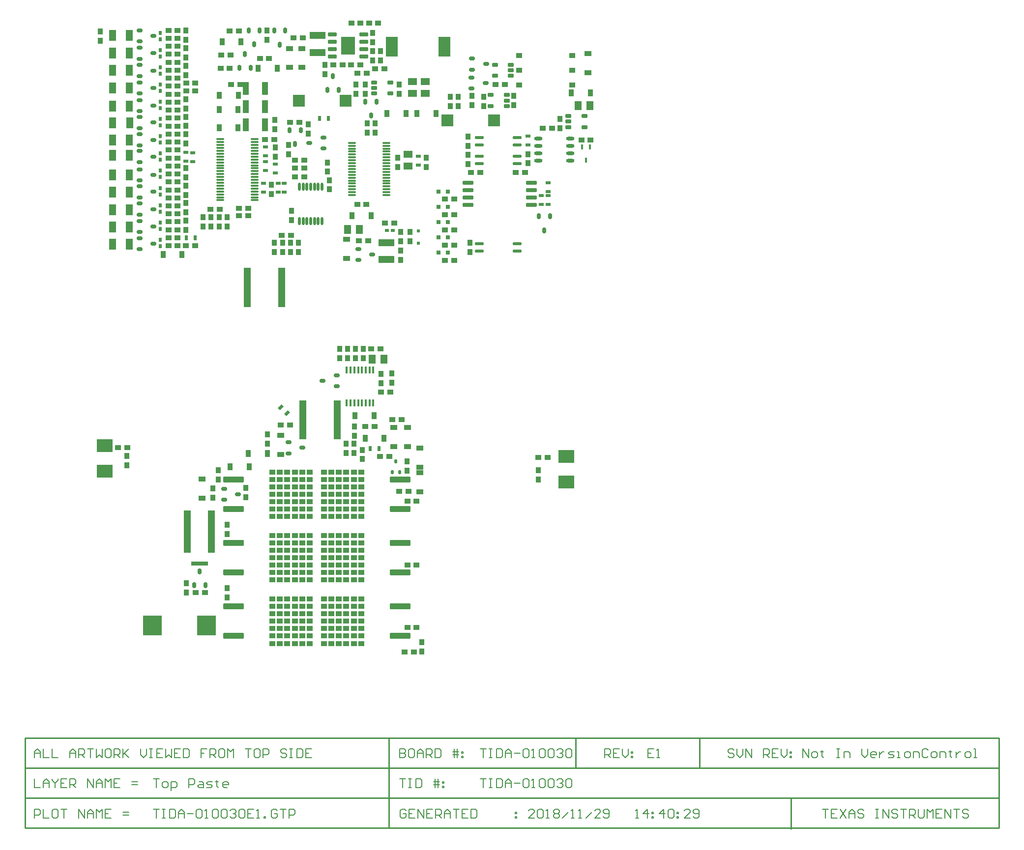
<source format=gtp>
G04 Layer_Color=9021481*
%FSAX25Y25*%
%MOIN*%
G70*
G01*
G75*
G04:AMPARAMS|DCode=10|XSize=35mil|YSize=20mil|CornerRadius=0mil|HoleSize=0mil|Usage=FLASHONLY|Rotation=45.000|XOffset=0mil|YOffset=0mil|HoleType=Round|Shape=Rectangle|*
%AMROTATEDRECTD10*
4,1,4,-0.00530,-0.01945,-0.01945,-0.00530,0.00530,0.01945,0.01945,0.00530,-0.00530,-0.01945,0.0*
%
%ADD10ROTATEDRECTD10*%

G04:AMPARAMS|DCode=11|XSize=15.75mil|YSize=33.47mil|CornerRadius=1.97mil|HoleSize=0mil|Usage=FLASHONLY|Rotation=0.000|XOffset=0mil|YOffset=0mil|HoleType=Round|Shape=RoundedRectangle|*
%AMROUNDEDRECTD11*
21,1,0.01575,0.02953,0,0,0.0*
21,1,0.01181,0.03347,0,0,0.0*
1,1,0.00394,0.00591,-0.01476*
1,1,0.00394,-0.00591,-0.01476*
1,1,0.00394,-0.00591,0.01476*
1,1,0.00394,0.00591,0.01476*
%
%ADD11ROUNDEDRECTD11*%
%ADD12R,0.03937X0.03740*%
%ADD13R,0.03740X0.03937*%
G04:AMPARAMS|DCode=14|XSize=23.62mil|YSize=39.37mil|CornerRadius=5.91mil|HoleSize=0mil|Usage=FLASHONLY|Rotation=0.000|XOffset=0mil|YOffset=0mil|HoleType=Round|Shape=RoundedRectangle|*
%AMROUNDEDRECTD14*
21,1,0.02362,0.02756,0,0,0.0*
21,1,0.01181,0.03937,0,0,0.0*
1,1,0.01181,0.00591,-0.01378*
1,1,0.01181,-0.00591,-0.01378*
1,1,0.01181,-0.00591,0.01378*
1,1,0.01181,0.00591,0.01378*
%
%ADD14ROUNDEDRECTD14*%
G04:AMPARAMS|DCode=15|XSize=23.62mil|YSize=39.37mil|CornerRadius=5.91mil|HoleSize=0mil|Usage=FLASHONLY|Rotation=90.000|XOffset=0mil|YOffset=0mil|HoleType=Round|Shape=RoundedRectangle|*
%AMROUNDEDRECTD15*
21,1,0.02362,0.02756,0,0,90.0*
21,1,0.01181,0.03937,0,0,90.0*
1,1,0.01181,0.01378,0.00591*
1,1,0.01181,0.01378,-0.00591*
1,1,0.01181,-0.01378,-0.00591*
1,1,0.01181,-0.01378,0.00591*
%
%ADD15ROUNDEDRECTD15*%
G04:AMPARAMS|DCode=17|XSize=23.62mil|YSize=57.09mil|CornerRadius=2.01mil|HoleSize=0mil|Usage=FLASHONLY|Rotation=90.000|XOffset=0mil|YOffset=0mil|HoleType=Round|Shape=RoundedRectangle|*
%AMROUNDEDRECTD17*
21,1,0.02362,0.05307,0,0,90.0*
21,1,0.01961,0.05709,0,0,90.0*
1,1,0.00402,0.02653,0.00980*
1,1,0.00402,0.02653,-0.00980*
1,1,0.00402,-0.02653,-0.00980*
1,1,0.00402,-0.02653,0.00980*
%
%ADD17ROUNDEDRECTD17*%
%ADD19O,0.01575X0.04724*%
%ADD20O,0.05709X0.02362*%
G04:AMPARAMS|DCode=21|XSize=23.62mil|YSize=39.37mil|CornerRadius=2.01mil|HoleSize=0mil|Usage=FLASHONLY|Rotation=90.000|XOffset=0mil|YOffset=0mil|HoleType=Round|Shape=RoundedRectangle|*
%AMROUNDEDRECTD21*
21,1,0.02362,0.03535,0,0,90.0*
21,1,0.01961,0.03937,0,0,90.0*
1,1,0.00402,0.01768,0.00980*
1,1,0.00402,0.01768,-0.00980*
1,1,0.00402,-0.01768,-0.00980*
1,1,0.00402,-0.01768,0.00980*
%
%ADD21ROUNDEDRECTD21*%
%ADD22O,0.06299X0.02165*%
%ADD23O,0.01772X0.05512*%
%ADD24O,0.05512X0.01181*%
%ADD25R,0.04409X0.03780*%
%ADD26R,0.07874X0.07874*%
%ADD27R,0.05118X0.13386*%
%ADD28R,0.02000X0.03500*%
%ADD29R,0.03500X0.02000*%
%ADD30R,0.05118X0.07283*%
G04:AMPARAMS|DCode=32|XSize=39.37mil|YSize=137.8mil|CornerRadius=1.97mil|HoleSize=0mil|Usage=FLASHONLY|Rotation=270.000|XOffset=0mil|YOffset=0mil|HoleType=Round|Shape=RoundedRectangle|*
%AMROUNDEDRECTD32*
21,1,0.03937,0.13386,0,0,270.0*
21,1,0.03543,0.13780,0,0,270.0*
1,1,0.00394,-0.06693,-0.01772*
1,1,0.00394,-0.06693,0.01772*
1,1,0.00394,0.06693,0.01772*
1,1,0.00394,0.06693,-0.01772*
%
%ADD32ROUNDEDRECTD32*%
G04:AMPARAMS|DCode=33|XSize=18.5mil|YSize=23.62mil|CornerRadius=1.94mil|HoleSize=0mil|Usage=FLASHONLY|Rotation=0.000|XOffset=0mil|YOffset=0mil|HoleType=Round|Shape=RoundedRectangle|*
%AMROUNDEDRECTD33*
21,1,0.01850,0.01974,0,0,0.0*
21,1,0.01462,0.02362,0,0,0.0*
1,1,0.00389,0.00731,-0.00987*
1,1,0.00389,-0.00731,-0.00987*
1,1,0.00389,-0.00731,0.00987*
1,1,0.00389,0.00731,0.00987*
%
%ADD33ROUNDEDRECTD33*%
%ADD34R,0.07874X0.13780*%
%ADD35R,0.12795X0.13504*%
%ADD36R,0.04724X0.29134*%
%ADD37R,0.11811X0.02953*%
%ADD38R,0.10799X0.08500*%
%ADD39R,0.03602X0.04803*%
%ADD40R,0.04803X0.03602*%
%ADD42R,0.06300X0.05000*%
%ADD43R,0.05000X0.06300*%
G04:AMPARAMS|DCode=44|XSize=23.62mil|YSize=70.87mil|CornerRadius=2.01mil|HoleSize=0mil|Usage=FLASHONLY|Rotation=90.000|XOffset=0mil|YOffset=0mil|HoleType=Round|Shape=RoundedRectangle|*
%AMROUNDEDRECTD44*
21,1,0.02362,0.06685,0,0,90.0*
21,1,0.01961,0.07087,0,0,90.0*
1,1,0.00402,0.03342,0.00980*
1,1,0.00402,0.03342,-0.00980*
1,1,0.00402,-0.03342,-0.00980*
1,1,0.00402,-0.03342,0.00980*
%
%ADD44ROUNDEDRECTD44*%
%ADD45R,0.10630X0.05118*%
%ADD46R,0.04331X0.08661*%
%ADD47R,0.03150X0.03150*%
%ADD50C,0.01000*%
%ADD63C,0.00800*%
G04:AMPARAMS|DCode=97|XSize=94.49mil|YSize=122.05mil|CornerRadius=1.89mil|HoleSize=0mil|Usage=FLASHONLY|Rotation=0.000|XOffset=0mil|YOffset=0mil|HoleType=Round|Shape=RoundedRectangle|*
%AMROUNDEDRECTD97*
21,1,0.09449,0.11827,0,0,0.0*
21,1,0.09071,0.12205,0,0,0.0*
1,1,0.00378,0.04535,-0.05913*
1,1,0.00378,-0.04535,-0.05913*
1,1,0.00378,-0.04535,0.05913*
1,1,0.00378,0.04535,0.05913*
%
%ADD97ROUNDEDRECTD97*%
%ADD98R,0.04252X0.03780*%
%ADD99R,0.01968X0.02756*%
%ADD100R,0.02756X0.01968*%
%ADD101R,0.01968X0.01968*%
G54D10*
X0213379Y0325621D02*
D03*
X0217621Y0321379D02*
D03*
G54D11*
X0422859Y0502029D02*
D03*
X0417741D02*
D03*
X0420300Y0493171D02*
D03*
G54D12*
X0273150Y0586300D02*
D03*
X0279450D02*
D03*
X0223050Y0493300D02*
D03*
X0229350D02*
D03*
X0271450Y0463200D02*
D03*
X0265150D02*
D03*
X0171850Y0459900D02*
D03*
X0165550D02*
D03*
X0137151Y0451335D02*
D03*
X0143450D02*
D03*
X0228250Y0576000D02*
D03*
X0221950D02*
D03*
X0185050Y0580700D02*
D03*
X0178750D02*
D03*
X0265250Y0552300D02*
D03*
X0271550D02*
D03*
X0260950Y0557900D02*
D03*
X0267250D02*
D03*
X0289050Y0317000D02*
D03*
X0295350D02*
D03*
X0300050Y0268400D02*
D03*
X0293750D02*
D03*
X0280650Y0292100D02*
D03*
X0286950D02*
D03*
X0276850Y0312600D02*
D03*
X0270550D02*
D03*
X0281450Y0335800D02*
D03*
X0287750D02*
D03*
X0274750Y0365100D02*
D03*
X0281050D02*
D03*
X0423450Y0506700D02*
D03*
X0417150D02*
D03*
X0330950Y0466700D02*
D03*
X0324650D02*
D03*
X0330950Y0456325D02*
D03*
X0324650D02*
D03*
X0330950Y0445950D02*
D03*
X0324650D02*
D03*
X0330950Y0435575D02*
D03*
X0324650D02*
D03*
X0330950Y0425200D02*
D03*
X0324650D02*
D03*
X0223050Y0487800D02*
D03*
X0229350D02*
D03*
X0219750Y0518900D02*
D03*
X0226050D02*
D03*
X0290250Y0450400D02*
D03*
X0283950D02*
D03*
X0266352Y0438500D02*
D03*
X0272651D02*
D03*
X0208850Y0507000D02*
D03*
X0202550D02*
D03*
X0179550Y0544400D02*
D03*
X0185850D02*
D03*
X0191350Y0455400D02*
D03*
X0185050D02*
D03*
X0137151Y0581290D02*
D03*
X0143450D02*
D03*
X0137151Y0570461D02*
D03*
X0143450D02*
D03*
X0137151Y0559631D02*
D03*
X0143450D02*
D03*
X0137151Y0548802D02*
D03*
X0143450D02*
D03*
X0137151Y0575876D02*
D03*
X0143450D02*
D03*
X0137151Y0565046D02*
D03*
X0143450D02*
D03*
X0137151Y0554216D02*
D03*
X0143450D02*
D03*
X0137151Y0543387D02*
D03*
X0143450D02*
D03*
X0199150Y0562100D02*
D03*
X0205450D02*
D03*
X0172981Y0564342D02*
D03*
X0179280D02*
D03*
X0172481Y0555642D02*
D03*
X0178780D02*
D03*
X0137151Y0532557D02*
D03*
X0143450D02*
D03*
X0137151Y0521728D02*
D03*
X0143450D02*
D03*
X0137151Y0510898D02*
D03*
X0143450D02*
D03*
X0137151Y0500068D02*
D03*
X0143450D02*
D03*
X0137151Y0537972D02*
D03*
X0143450D02*
D03*
X0137151Y0527142D02*
D03*
X0143450D02*
D03*
X0137151Y0516313D02*
D03*
X0143450D02*
D03*
X0137151Y0505483D02*
D03*
X0143450D02*
D03*
X0137151Y0494654D02*
D03*
X0143450D02*
D03*
X0137151Y0483824D02*
D03*
X0143450D02*
D03*
X0137151Y0472994D02*
D03*
X0143450D02*
D03*
X0137151Y0462165D02*
D03*
X0143450D02*
D03*
X0137151Y0440506D02*
D03*
X0143450D02*
D03*
X0137151Y0489239D02*
D03*
X0143450D02*
D03*
X0137151Y0478409D02*
D03*
X0143450D02*
D03*
X0137151Y0467580D02*
D03*
X0143450D02*
D03*
X0137151Y0456750D02*
D03*
X0143450D02*
D03*
X0137151Y0445920D02*
D03*
X0143450D02*
D03*
X0137151Y0435091D02*
D03*
X0143450D02*
D03*
X0394250Y0291500D02*
D03*
X0387950D02*
D03*
X0303550Y0159600D02*
D03*
X0297250D02*
D03*
X0261150Y0586300D02*
D03*
X0267450D02*
D03*
X0220399Y0442000D02*
D03*
X0214100D02*
D03*
X0378950Y0484700D02*
D03*
X0372650D02*
D03*
X0365350Y0544600D02*
D03*
X0359050D02*
D03*
X0397150Y0514800D02*
D03*
X0390850D02*
D03*
X0342350Y0484700D02*
D03*
X0348650D02*
D03*
X0229350Y0481800D02*
D03*
X0223050D02*
D03*
X0185050Y0460500D02*
D03*
X0191350D02*
D03*
X0149150Y0545500D02*
D03*
X0155450D02*
D03*
X0149150Y0540100D02*
D03*
X0155450D02*
D03*
X0149050Y0435000D02*
D03*
X0155350D02*
D03*
X0283550Y0555300D02*
D03*
X0277250D02*
D03*
X0161950Y0199700D02*
D03*
X0155650D02*
D03*
X0305450Y0176000D02*
D03*
X0299150D02*
D03*
X0305450Y0218600D02*
D03*
X0299150D02*
D03*
X0305450Y0261900D02*
D03*
X0299150D02*
D03*
X0102850Y0298300D02*
D03*
X0109150D02*
D03*
X0213450Y0313500D02*
D03*
X0219750D02*
D03*
X0255150Y0557900D02*
D03*
X0248850D02*
D03*
G54D13*
X0218700Y0503550D02*
D03*
Y0497250D02*
D03*
X0275700Y0573050D02*
D03*
Y0579350D02*
D03*
X0264400Y0538150D02*
D03*
Y0544450D02*
D03*
X0176900Y0448050D02*
D03*
Y0454350D02*
D03*
X0160507Y0448050D02*
D03*
Y0454350D02*
D03*
X0171500Y0448050D02*
D03*
Y0454350D02*
D03*
X0166000Y0454350D02*
D03*
Y0448050D02*
D03*
X0204000Y0574850D02*
D03*
Y0581150D02*
D03*
X0243300Y0557750D02*
D03*
Y0551450D02*
D03*
X0225433Y0430850D02*
D03*
Y0437150D02*
D03*
X0209133Y0430850D02*
D03*
Y0437150D02*
D03*
X0268800Y0296650D02*
D03*
Y0290350D02*
D03*
X0299100Y0282450D02*
D03*
Y0288750D02*
D03*
X0263100Y0300850D02*
D03*
Y0294550D02*
D03*
X0263200Y0312550D02*
D03*
Y0306250D02*
D03*
X0167200Y0270550D02*
D03*
Y0264250D02*
D03*
X0288700Y0348350D02*
D03*
Y0342050D02*
D03*
X0189800Y0270850D02*
D03*
Y0264550D02*
D03*
X0204300Y0307250D02*
D03*
Y0300950D02*
D03*
X0269190Y0365094D02*
D03*
Y0358795D02*
D03*
X0263840Y0365094D02*
D03*
Y0358795D02*
D03*
X0258490Y0365094D02*
D03*
Y0358795D02*
D03*
X0253140Y0365094D02*
D03*
Y0358795D02*
D03*
X0380900Y0491000D02*
D03*
Y0497300D02*
D03*
X0340200Y0502800D02*
D03*
Y0509100D02*
D03*
X0340193Y0496700D02*
D03*
Y0490400D02*
D03*
X0333800Y0529750D02*
D03*
Y0536050D02*
D03*
X0328200Y0529750D02*
D03*
Y0536050D02*
D03*
X0277416Y0518009D02*
D03*
Y0511709D02*
D03*
X0271916Y0518009D02*
D03*
Y0511709D02*
D03*
X0311900Y0488650D02*
D03*
Y0494950D02*
D03*
X0246400Y0479650D02*
D03*
Y0473350D02*
D03*
X0244900Y0485350D02*
D03*
Y0491650D02*
D03*
X0231940Y0517453D02*
D03*
Y0511154D02*
D03*
X0209200Y0514150D02*
D03*
Y0520450D02*
D03*
X0294800Y0425450D02*
D03*
Y0431750D02*
D03*
X0294600Y0444450D02*
D03*
Y0438150D02*
D03*
X0300900Y0438250D02*
D03*
Y0444550D02*
D03*
X0091100Y0574250D02*
D03*
Y0580550D02*
D03*
X0388000Y0282950D02*
D03*
Y0276650D02*
D03*
X0309100Y0166050D02*
D03*
Y0159750D02*
D03*
X0220000Y0430850D02*
D03*
Y0437150D02*
D03*
X0214560Y0437150D02*
D03*
Y0430850D02*
D03*
X0257600Y0294550D02*
D03*
Y0300850D02*
D03*
X0281190Y0348271D02*
D03*
Y0341971D02*
D03*
X0220600Y0458950D02*
D03*
Y0452650D02*
D03*
X0270777Y0538114D02*
D03*
Y0544413D02*
D03*
X0292700Y0494795D02*
D03*
Y0488495D02*
D03*
X0293600Y0538114D02*
D03*
Y0544413D02*
D03*
X0206900Y0476450D02*
D03*
Y0470150D02*
D03*
X0209600Y0501750D02*
D03*
Y0495450D02*
D03*
X0149100Y0581250D02*
D03*
Y0574950D02*
D03*
Y0569250D02*
D03*
Y0562950D02*
D03*
X0149000Y0557250D02*
D03*
Y0550950D02*
D03*
Y0534550D02*
D03*
Y0528250D02*
D03*
Y0522650D02*
D03*
Y0516350D02*
D03*
Y0510750D02*
D03*
Y0504450D02*
D03*
Y0487950D02*
D03*
Y0481650D02*
D03*
Y0475950D02*
D03*
Y0469650D02*
D03*
Y0464050D02*
D03*
Y0457750D02*
D03*
Y0452250D02*
D03*
Y0445950D02*
D03*
X0351100Y0529750D02*
D03*
Y0536050D02*
D03*
X0371300Y0530450D02*
D03*
Y0536750D02*
D03*
X0402800Y0521250D02*
D03*
Y0514950D02*
D03*
X0343100Y0530450D02*
D03*
Y0536750D02*
D03*
X0341700Y0437050D02*
D03*
Y0430750D02*
D03*
X0275700Y0567200D02*
D03*
Y0560901D02*
D03*
X0149400Y0206150D02*
D03*
Y0199850D02*
D03*
X0281100Y0560901D02*
D03*
Y0567200D02*
D03*
X0177100Y0239550D02*
D03*
Y0245850D02*
D03*
X0170900Y0276650D02*
D03*
Y0282950D02*
D03*
X0177100Y0196550D02*
D03*
Y0202850D02*
D03*
X0109100Y0292550D02*
D03*
Y0286250D02*
D03*
G54D14*
X0274500Y0523376D02*
D03*
X0270760Y0532824D02*
D03*
X0278240D02*
D03*
X0392100Y0445576D02*
D03*
X0388360Y0455024D02*
D03*
X0395840D02*
D03*
X0212600Y0571576D02*
D03*
X0208860Y0581024D02*
D03*
X0216340D02*
D03*
X0195300Y0571676D02*
D03*
X0191560Y0581124D02*
D03*
X0199040D02*
D03*
X0158400Y0214324D02*
D03*
X0162140Y0204876D02*
D03*
X0154660D02*
D03*
X0223100Y0504076D02*
D03*
X0219360Y0513524D02*
D03*
X0226840D02*
D03*
X0189131Y0565267D02*
D03*
X0192871Y0555818D02*
D03*
X0185390D02*
D03*
X0245060Y0540876D02*
D03*
X0252540D02*
D03*
X0248800Y0550324D02*
D03*
G54D15*
X0127049Y0448215D02*
D03*
X0117600Y0444475D02*
D03*
Y0451955D02*
D03*
X0227924Y0298000D02*
D03*
X0218476Y0294260D02*
D03*
Y0301740D02*
D03*
X0184424Y0266500D02*
D03*
X0174976Y0262760D02*
D03*
Y0270240D02*
D03*
X0352224Y0545500D02*
D03*
X0342776Y0541760D02*
D03*
Y0549240D02*
D03*
X0232776Y0504900D02*
D03*
X0242224Y0508640D02*
D03*
Y0501160D02*
D03*
X0275326Y0429100D02*
D03*
X0265877Y0425360D02*
D03*
Y0432840D02*
D03*
X0127049Y0577440D02*
D03*
X0117600Y0573700D02*
D03*
Y0581180D02*
D03*
X0127049Y0565692D02*
D03*
X0117600Y0561952D02*
D03*
Y0569432D02*
D03*
X0127049Y0553945D02*
D03*
X0117600Y0550205D02*
D03*
Y0557685D02*
D03*
X0127049Y0542197D02*
D03*
X0117600Y0538457D02*
D03*
Y0545937D02*
D03*
X0127024Y0530100D02*
D03*
X0117576Y0526360D02*
D03*
Y0533840D02*
D03*
X0127049Y0518701D02*
D03*
X0117600Y0514961D02*
D03*
Y0522441D02*
D03*
X0127049Y0506954D02*
D03*
X0117600Y0503213D02*
D03*
Y0510694D02*
D03*
X0127024Y0495600D02*
D03*
X0117576Y0491860D02*
D03*
Y0499340D02*
D03*
X0127024Y0483100D02*
D03*
X0117576Y0479360D02*
D03*
Y0486840D02*
D03*
X0127049Y0471710D02*
D03*
X0117600Y0467970D02*
D03*
Y0475451D02*
D03*
X0127049Y0459963D02*
D03*
X0117600Y0456222D02*
D03*
Y0463703D02*
D03*
X0127049Y0436467D02*
D03*
X0117600Y0432727D02*
D03*
Y0440207D02*
D03*
X0352524Y0558400D02*
D03*
X0343076Y0554660D02*
D03*
Y0562140D02*
D03*
X0241776Y0343500D02*
D03*
X0251224Y0347240D02*
D03*
Y0339760D02*
D03*
G54D17*
X0269628Y0563400D02*
D03*
Y0568400D02*
D03*
Y0573400D02*
D03*
Y0578400D02*
D03*
X0248172Y0563400D02*
D03*
Y0568400D02*
D03*
Y0573400D02*
D03*
Y0578400D02*
D03*
G54D19*
X0258133Y0328500D02*
D03*
X0260692D02*
D03*
X0263251D02*
D03*
X0265810D02*
D03*
X0268369D02*
D03*
X0270928D02*
D03*
X0273487D02*
D03*
X0276046D02*
D03*
X0258133Y0350941D02*
D03*
X0260692D02*
D03*
X0263251D02*
D03*
X0265810D02*
D03*
X0268369D02*
D03*
X0270928D02*
D03*
X0273487D02*
D03*
X0276046D02*
D03*
G54D20*
X0388072Y0507900D02*
D03*
Y0502900D02*
D03*
Y0497900D02*
D03*
Y0492900D02*
D03*
X0409528Y0507900D02*
D03*
Y0502900D02*
D03*
Y0497900D02*
D03*
Y0492900D02*
D03*
G54D21*
X0408387Y0523140D02*
D03*
Y0519400D02*
D03*
Y0515660D02*
D03*
X0419213D02*
D03*
Y0523140D02*
D03*
X0369345Y0550460D02*
D03*
Y0554200D02*
D03*
Y0557940D02*
D03*
X0358518D02*
D03*
Y0550460D02*
D03*
X0287627Y0545840D02*
D03*
Y0538360D02*
D03*
X0276800D02*
D03*
Y0542100D02*
D03*
Y0545840D02*
D03*
X0366613Y0529860D02*
D03*
Y0533600D02*
D03*
Y0537340D02*
D03*
X0355787D02*
D03*
Y0529860D02*
D03*
G54D22*
X0373495Y0503550D02*
D03*
Y0508550D02*
D03*
X0347905Y0503550D02*
D03*
Y0508550D02*
D03*
Y0495800D02*
D03*
Y0490800D02*
D03*
X0373495Y0495800D02*
D03*
Y0490800D02*
D03*
X0347905Y0436400D02*
D03*
Y0431400D02*
D03*
X0373495Y0436400D02*
D03*
Y0431400D02*
D03*
G54D23*
X0241317Y0475217D02*
D03*
X0238758D02*
D03*
X0236199D02*
D03*
X0233640D02*
D03*
X0231081D02*
D03*
X0228522D02*
D03*
X0225963D02*
D03*
X0241317Y0451989D02*
D03*
X0238758D02*
D03*
X0236199D02*
D03*
X0233640D02*
D03*
X0231081D02*
D03*
X0228522D02*
D03*
X0225963D02*
D03*
G54D24*
X0285014Y0469484D02*
D03*
Y0471452D02*
D03*
Y0473420D02*
D03*
Y0475389D02*
D03*
Y0477357D02*
D03*
Y0479326D02*
D03*
Y0481294D02*
D03*
Y0483263D02*
D03*
Y0485231D02*
D03*
Y0487200D02*
D03*
Y0489169D02*
D03*
Y0491137D02*
D03*
Y0493106D02*
D03*
Y0495074D02*
D03*
Y0497043D02*
D03*
Y0499011D02*
D03*
Y0500980D02*
D03*
Y0502948D02*
D03*
Y0504916D02*
D03*
X0261786Y0469484D02*
D03*
Y0471452D02*
D03*
Y0473420D02*
D03*
Y0475389D02*
D03*
Y0477357D02*
D03*
Y0479326D02*
D03*
Y0481294D02*
D03*
Y0483263D02*
D03*
Y0485231D02*
D03*
Y0487200D02*
D03*
Y0489169D02*
D03*
Y0491137D02*
D03*
Y0493106D02*
D03*
Y0495074D02*
D03*
Y0497043D02*
D03*
Y0499011D02*
D03*
Y0500980D02*
D03*
Y0502948D02*
D03*
Y0504916D02*
D03*
X0172369Y0507356D02*
D03*
Y0505388D02*
D03*
Y0503419D02*
D03*
Y0501451D02*
D03*
Y0499482D02*
D03*
Y0497514D02*
D03*
Y0495545D02*
D03*
Y0493577D02*
D03*
Y0491608D02*
D03*
Y0489640D02*
D03*
Y0487671D02*
D03*
Y0485703D02*
D03*
Y0483734D02*
D03*
Y0481766D02*
D03*
Y0479797D02*
D03*
Y0477829D02*
D03*
Y0475860D02*
D03*
Y0473892D02*
D03*
Y0471923D02*
D03*
Y0469955D02*
D03*
Y0467986D02*
D03*
Y0466018D02*
D03*
X0195598Y0507356D02*
D03*
Y0505388D02*
D03*
Y0503419D02*
D03*
Y0501451D02*
D03*
Y0499482D02*
D03*
Y0497514D02*
D03*
Y0495545D02*
D03*
Y0493577D02*
D03*
Y0491608D02*
D03*
Y0489640D02*
D03*
Y0487671D02*
D03*
Y0485703D02*
D03*
Y0483734D02*
D03*
Y0481766D02*
D03*
Y0479797D02*
D03*
Y0477829D02*
D03*
Y0475860D02*
D03*
Y0473892D02*
D03*
Y0471923D02*
D03*
Y0469955D02*
D03*
Y0467986D02*
D03*
Y0466018D02*
D03*
G54D25*
X0375039Y0564100D02*
D03*
Y0554100D02*
D03*
Y0544100D02*
D03*
X0411024D02*
D03*
Y0554100D02*
D03*
Y0564100D02*
D03*
G54D26*
X0225652Y0533400D02*
D03*
X0257148D02*
D03*
X0326352Y0520300D02*
D03*
X0357848D02*
D03*
G54D27*
X0251614Y0323600D02*
D03*
X0228386D02*
D03*
X0251614Y0310400D02*
D03*
X0228386D02*
D03*
X0190786Y0413500D02*
D03*
X0214014D02*
D03*
X0190786Y0400100D02*
D03*
X0214014D02*
D03*
G54D28*
X0274000Y0297500D02*
D03*
X0280000D02*
D03*
X0155200Y0440400D02*
D03*
X0149200D02*
D03*
X0239600Y0521400D02*
D03*
X0245600D02*
D03*
G54D29*
X0394800Y0471700D02*
D03*
Y0477700D02*
D03*
Y0463100D02*
D03*
Y0469100D02*
D03*
X0380900Y0509350D02*
D03*
Y0503350D02*
D03*
X0390000Y0469200D02*
D03*
Y0463200D02*
D03*
X0209600Y0484400D02*
D03*
Y0490400D02*
D03*
X0203000Y0492000D02*
D03*
Y0486000D02*
D03*
X0202900Y0502200D02*
D03*
Y0496200D02*
D03*
X0201700Y0477500D02*
D03*
Y0471500D02*
D03*
X0215700D02*
D03*
Y0477500D02*
D03*
X0153600Y0492000D02*
D03*
Y0498000D02*
D03*
X0149000Y0492500D02*
D03*
Y0498500D02*
D03*
X0211500Y0471500D02*
D03*
Y0477500D02*
D03*
X0306500Y0495900D02*
D03*
Y0489900D02*
D03*
G54D30*
X0099382Y0577700D02*
D03*
X0110800D02*
D03*
X0099382Y0565892D02*
D03*
X0110800D02*
D03*
X0099382Y0554083D02*
D03*
X0110800D02*
D03*
X0099382Y0542275D02*
D03*
X0110800D02*
D03*
X0099291Y0529700D02*
D03*
X0110709D02*
D03*
X0099391Y0518400D02*
D03*
X0110809D02*
D03*
X0099382Y0506850D02*
D03*
X0110800D02*
D03*
X0099382Y0496342D02*
D03*
X0110800D02*
D03*
X0099382Y0483233D02*
D03*
X0110800D02*
D03*
X0099382Y0471425D02*
D03*
X0110800D02*
D03*
X0099382Y0459617D02*
D03*
X0110800D02*
D03*
X0099382Y0447808D02*
D03*
X0110800D02*
D03*
X0099382Y0436000D02*
D03*
X0110800D02*
D03*
G54D32*
X0294234Y0276521D02*
D03*
Y0256521D02*
D03*
Y0233471D02*
D03*
Y0213471D02*
D03*
Y0190421D02*
D03*
Y0170421D02*
D03*
X0181309Y0256521D02*
D03*
Y0276521D02*
D03*
Y0213471D02*
D03*
Y0233471D02*
D03*
Y0170421D02*
D03*
Y0190421D02*
D03*
G54D33*
X0291400Y0288940D02*
D03*
X0293959Y0281460D02*
D03*
X0288841D02*
D03*
G54D34*
X0288784Y0570100D02*
D03*
X0324217D02*
D03*
G54D35*
X0126295Y0177600D02*
D03*
X0163105D02*
D03*
G54D36*
X0150129Y0241300D02*
D03*
X0166271D02*
D03*
G54D37*
X0158200Y0219351D02*
D03*
G54D38*
X0407000Y0274699D02*
D03*
Y0292101D02*
D03*
X0094100Y0299601D02*
D03*
Y0282199D02*
D03*
G54D39*
X0173553Y0573600D02*
D03*
X0186447D02*
D03*
X0270553Y0304600D02*
D03*
X0283447D02*
D03*
X0276647Y0319800D02*
D03*
X0263753D02*
D03*
X0261653Y0455659D02*
D03*
X0274547D02*
D03*
X0178953Y0285000D02*
D03*
X0191847D02*
D03*
X0191453Y0294300D02*
D03*
X0204347D02*
D03*
X0423147Y0538700D02*
D03*
X0410253D02*
D03*
X0298247Y0524700D02*
D03*
X0285353D02*
D03*
X0305653D02*
D03*
X0318547D02*
D03*
X0184447Y0515100D02*
D03*
X0171553D02*
D03*
X0184447Y0527500D02*
D03*
X0171553D02*
D03*
X0184647Y0537100D02*
D03*
X0171753D02*
D03*
X0210847Y0555600D02*
D03*
X0197953D02*
D03*
X0146447Y0429300D02*
D03*
X0133553D02*
D03*
G54D40*
X0307600Y0297747D02*
D03*
Y0284853D02*
D03*
X0299200Y0298854D02*
D03*
Y0311748D02*
D03*
X0307600Y0268153D02*
D03*
Y0281047D02*
D03*
X0290000Y0298853D02*
D03*
Y0311747D02*
D03*
X0160100Y0276747D02*
D03*
Y0263853D02*
D03*
X0421800Y0552653D02*
D03*
Y0565547D02*
D03*
X0258102Y0426653D02*
D03*
Y0439547D02*
D03*
X0213400Y0293553D02*
D03*
Y0306447D02*
D03*
X0227700Y0556053D02*
D03*
Y0568947D02*
D03*
X0219400Y0556053D02*
D03*
Y0568947D02*
D03*
G54D42*
X0311400Y0546400D02*
D03*
Y0538400D02*
D03*
X0302700Y0546400D02*
D03*
Y0538400D02*
D03*
X0299600Y0489045D02*
D03*
Y0497045D02*
D03*
G54D43*
X0275290Y0358121D02*
D03*
X0283290D02*
D03*
X0415100Y0530000D02*
D03*
X0423100D02*
D03*
X0266500Y0446200D02*
D03*
X0258500D02*
D03*
G54D44*
X0383257Y0462900D02*
D03*
Y0467900D02*
D03*
Y0472900D02*
D03*
Y0477900D02*
D03*
X0340343Y0462900D02*
D03*
Y0467900D02*
D03*
Y0472900D02*
D03*
Y0477900D02*
D03*
G54D45*
X0238300Y0566291D02*
D03*
Y0577709D02*
D03*
X0285102Y0437209D02*
D03*
Y0425791D02*
D03*
G54D46*
X0189704Y0541700D02*
D03*
X0202696D02*
D03*
X0189704Y0517100D02*
D03*
X0202696D02*
D03*
X0189704Y0529400D02*
D03*
X0202696D02*
D03*
G54D47*
X0326650Y0430500D02*
D03*
X0320350D02*
D03*
X0326650Y0440850D02*
D03*
X0320350D02*
D03*
X0326650Y0451200D02*
D03*
X0320350D02*
D03*
X0326650Y0461550D02*
D03*
X0320350D02*
D03*
X0326650Y0471900D02*
D03*
X0320350D02*
D03*
G54D50*
X0559400Y0039400D02*
Y0059683D01*
X0440500Y0040050D02*
X0700200D01*
Y0101050D01*
X0286500Y0040050D02*
Y0101050D01*
X0040000Y0040050D02*
Y0101050D01*
X0040050Y0040050D02*
X0197600D01*
X0040050D02*
Y0101050D01*
Y0101050D02*
X0700200D01*
X0040000Y0040050D02*
X0440500D01*
X0040000Y0060383D02*
X0700000D01*
X0040000Y0080717D02*
X0700200D01*
X0413200D02*
Y0101050D01*
X0497200Y0080717D02*
Y0101050D01*
G54D63*
X0126900Y0073549D02*
X0130899D01*
X0128899D01*
Y0067551D01*
X0133898D02*
X0135897D01*
X0136897Y0068550D01*
Y0070550D01*
X0135897Y0071549D01*
X0133898D01*
X0132898Y0070550D01*
Y0068550D01*
X0133898Y0067551D01*
X0138896Y0065551D02*
Y0071549D01*
X0141895D01*
X0142895Y0070550D01*
Y0068550D01*
X0141895Y0067551D01*
X0138896D01*
X0150892D02*
Y0073549D01*
X0153891D01*
X0154891Y0072549D01*
Y0070550D01*
X0153891Y0069550D01*
X0150892D01*
X0157890Y0071549D02*
X0159889D01*
X0160889Y0070550D01*
Y0067551D01*
X0157890D01*
X0156890Y0068550D01*
X0157890Y0069550D01*
X0160889D01*
X0162888Y0067551D02*
X0165887D01*
X0166887Y0068550D01*
X0165887Y0069550D01*
X0163888D01*
X0162888Y0070550D01*
X0163888Y0071549D01*
X0166887D01*
X0169886Y0072549D02*
Y0071549D01*
X0168886D01*
X0170886D01*
X0169886D01*
Y0068550D01*
X0170886Y0067551D01*
X0176884D02*
X0174884D01*
X0173885Y0068550D01*
Y0070550D01*
X0174884Y0071549D01*
X0176884D01*
X0177884Y0070550D01*
Y0069550D01*
X0173885D01*
X0348550Y0073498D02*
X0352549D01*
X0350549D01*
Y0067500D01*
X0354548Y0073498D02*
X0356547D01*
X0355548D01*
Y0067500D01*
X0354548D01*
X0356547D01*
X0359546Y0073498D02*
Y0067500D01*
X0362545D01*
X0363545Y0068500D01*
Y0072498D01*
X0362545Y0073498D01*
X0359546D01*
X0365545Y0067500D02*
Y0071499D01*
X0367544Y0073498D01*
X0369543Y0071499D01*
Y0067500D01*
Y0070499D01*
X0365545D01*
X0371543D02*
X0375541D01*
X0377541Y0072498D02*
X0378540Y0073498D01*
X0380540D01*
X0381539Y0072498D01*
Y0068500D01*
X0380540Y0067500D01*
X0378540D01*
X0377541Y0068500D01*
Y0072498D01*
X0383539Y0067500D02*
X0385538D01*
X0384538D01*
Y0073498D01*
X0383539Y0072498D01*
X0388537D02*
X0389537Y0073498D01*
X0391536D01*
X0392536Y0072498D01*
Y0068500D01*
X0391536Y0067500D01*
X0389537D01*
X0388537Y0068500D01*
Y0072498D01*
X0394535D02*
X0395535Y0073498D01*
X0397534D01*
X0398534Y0072498D01*
Y0068500D01*
X0397534Y0067500D01*
X0395535D01*
X0394535Y0068500D01*
Y0072498D01*
X0400533D02*
X0401533Y0073498D01*
X0403532D01*
X0404532Y0072498D01*
Y0071499D01*
X0403532Y0070499D01*
X0402532D01*
X0403532D01*
X0404532Y0069499D01*
Y0068500D01*
X0403532Y0067500D01*
X0401533D01*
X0400533Y0068500D01*
X0406531Y0072498D02*
X0407531Y0073498D01*
X0409530D01*
X0410530Y0072498D01*
Y0068500D01*
X0409530Y0067500D01*
X0407531D01*
X0406531Y0068500D01*
Y0072498D01*
X0294000Y0073498D02*
X0297999D01*
X0295999D01*
Y0067500D01*
X0299998Y0073498D02*
X0301997D01*
X0300998D01*
Y0067500D01*
X0299998D01*
X0301997D01*
X0304996Y0073498D02*
Y0067500D01*
X0307996D01*
X0308995Y0068500D01*
Y0072498D01*
X0307996Y0073498D01*
X0304996D01*
X0317992Y0067500D02*
Y0073498D01*
X0319992D02*
Y0067500D01*
X0316993Y0071499D02*
X0319992D01*
X0320991D01*
X0316993Y0069499D02*
X0320991D01*
X0322991Y0071499D02*
X0323990D01*
Y0070499D01*
X0322991D01*
Y0071499D01*
Y0068500D02*
X0323990D01*
Y0067500D01*
X0322991D01*
Y0068500D01*
X0580500Y0052965D02*
X0584499D01*
X0582499D01*
Y0046966D01*
X0590497Y0052965D02*
X0586498D01*
Y0046966D01*
X0590497D01*
X0586498Y0049966D02*
X0588497D01*
X0592496Y0052965D02*
X0596495Y0046966D01*
Y0052965D02*
X0592496Y0046966D01*
X0598494D02*
Y0050965D01*
X0600493Y0052965D01*
X0602493Y0050965D01*
Y0046966D01*
Y0049966D01*
X0598494D01*
X0608491Y0051965D02*
X0607491Y0052965D01*
X0605492D01*
X0604492Y0051965D01*
Y0050965D01*
X0605492Y0049966D01*
X0607491D01*
X0608491Y0048966D01*
Y0047966D01*
X0607491Y0046966D01*
X0605492D01*
X0604492Y0047966D01*
X0616488Y0052965D02*
X0618488D01*
X0617488D01*
Y0046966D01*
X0616488D01*
X0618488D01*
X0621487D02*
Y0052965D01*
X0625486Y0046966D01*
Y0052965D01*
X0631484Y0051965D02*
X0630484Y0052965D01*
X0628484D01*
X0627485Y0051965D01*
Y0050965D01*
X0628484Y0049966D01*
X0630484D01*
X0631484Y0048966D01*
Y0047966D01*
X0630484Y0046966D01*
X0628484D01*
X0627485Y0047966D01*
X0633483Y0052965D02*
X0637482D01*
X0635482D01*
Y0046966D01*
X0639481D02*
Y0052965D01*
X0642480D01*
X0643480Y0051965D01*
Y0049966D01*
X0642480Y0048966D01*
X0639481D01*
X0641480D02*
X0643480Y0046966D01*
X0645479Y0052965D02*
Y0047966D01*
X0646479Y0046966D01*
X0648478D01*
X0649478Y0047966D01*
Y0052965D01*
X0651477Y0046966D02*
Y0052965D01*
X0653476Y0050965D01*
X0655476Y0052965D01*
Y0046966D01*
X0661474Y0052965D02*
X0657475D01*
Y0046966D01*
X0661474D01*
X0657475Y0049966D02*
X0659474D01*
X0663473Y0046966D02*
Y0052965D01*
X0667472Y0046966D01*
Y0052965D01*
X0669471D02*
X0673470D01*
X0671471D01*
Y0046966D01*
X0679468Y0051965D02*
X0678468Y0052965D01*
X0676469D01*
X0675469Y0051965D01*
Y0050965D01*
X0676469Y0049966D01*
X0678468D01*
X0679468Y0048966D01*
Y0047966D01*
X0678468Y0046966D01*
X0676469D01*
X0675469Y0047966D01*
X0454050Y0046966D02*
X0456049D01*
X0455050D01*
Y0052965D01*
X0454050Y0051965D01*
X0462047Y0046966D02*
Y0052965D01*
X0459048Y0049966D01*
X0463047D01*
X0465046Y0050965D02*
X0466046D01*
Y0049966D01*
X0465046D01*
Y0050965D01*
Y0047966D02*
X0466046D01*
Y0046966D01*
X0465046D01*
Y0047966D01*
X0473044Y0046966D02*
Y0052965D01*
X0470045Y0049966D01*
X0474044D01*
X0476043Y0051965D02*
X0477043Y0052965D01*
X0479042D01*
X0480042Y0051965D01*
Y0047966D01*
X0479042Y0046966D01*
X0477043D01*
X0476043Y0047966D01*
Y0051965D01*
X0482041Y0050965D02*
X0483041D01*
Y0049966D01*
X0482041D01*
Y0050965D01*
Y0047966D02*
X0483041D01*
Y0046966D01*
X0482041D01*
Y0047966D01*
X0491038Y0046966D02*
X0487039D01*
X0491038Y0050965D01*
Y0051965D01*
X0490038Y0052965D01*
X0488039D01*
X0487039Y0051965D01*
X0493037Y0047966D02*
X0494037Y0046966D01*
X0496036D01*
X0497036Y0047966D01*
Y0051965D01*
X0496036Y0052965D01*
X0494037D01*
X0493037Y0051965D01*
Y0050965D01*
X0494037Y0049966D01*
X0497036D01*
X0046350Y0046966D02*
Y0052965D01*
X0049349D01*
X0050349Y0051965D01*
Y0049966D01*
X0049349Y0048966D01*
X0046350D01*
X0052348Y0052965D02*
Y0046966D01*
X0056347D01*
X0061345Y0052965D02*
X0059346D01*
X0058346Y0051965D01*
Y0047966D01*
X0059346Y0046966D01*
X0061345D01*
X0062345Y0047966D01*
Y0051965D01*
X0061345Y0052965D01*
X0064344D02*
X0068343D01*
X0066343D01*
Y0046966D01*
X0076340D02*
Y0052965D01*
X0080339Y0046966D01*
Y0052965D01*
X0082338Y0046966D02*
Y0050965D01*
X0084338Y0052965D01*
X0086337Y0050965D01*
Y0046966D01*
Y0049966D01*
X0082338D01*
X0088336Y0046966D02*
Y0052965D01*
X0090336Y0050965D01*
X0092335Y0052965D01*
Y0046966D01*
X0098333Y0052965D02*
X0094335D01*
Y0046966D01*
X0098333D01*
X0094335Y0049966D02*
X0096334D01*
X0106331Y0048966D02*
X0110329D01*
X0106331Y0050965D02*
X0110329D01*
X0046350Y0073549D02*
Y0067551D01*
X0050349D01*
X0052348D02*
Y0071549D01*
X0054347Y0073549D01*
X0056347Y0071549D01*
Y0067551D01*
Y0070550D01*
X0052348D01*
X0058346Y0073549D02*
Y0072549D01*
X0060346Y0070550D01*
X0062345Y0072549D01*
Y0073549D01*
X0060346Y0070550D02*
Y0067551D01*
X0068343Y0073549D02*
X0064344D01*
Y0067551D01*
X0068343D01*
X0064344Y0070550D02*
X0066343D01*
X0070342Y0067551D02*
Y0073549D01*
X0073341D01*
X0074341Y0072549D01*
Y0070550D01*
X0073341Y0069550D01*
X0070342D01*
X0072342D02*
X0074341Y0067551D01*
X0082338D02*
Y0073549D01*
X0086337Y0067551D01*
Y0073549D01*
X0088336Y0067551D02*
Y0071549D01*
X0090336Y0073549D01*
X0092335Y0071549D01*
Y0067551D01*
Y0070550D01*
X0088336D01*
X0094335Y0067551D02*
Y0073549D01*
X0096334Y0071549D01*
X0098333Y0073549D01*
Y0067551D01*
X0104331Y0073549D02*
X0100332D01*
Y0067551D01*
X0104331D01*
X0100332Y0070550D02*
X0102332D01*
X0112329Y0069550D02*
X0116327D01*
X0112329Y0071549D02*
X0116327D01*
X0294000Y0093831D02*
Y0087833D01*
X0296999D01*
X0297999Y0088833D01*
Y0089833D01*
X0296999Y0090832D01*
X0294000D01*
X0296999D01*
X0297999Y0091832D01*
Y0092832D01*
X0296999Y0093831D01*
X0294000D01*
X0302997D02*
X0300998D01*
X0299998Y0092832D01*
Y0088833D01*
X0300998Y0087833D01*
X0302997D01*
X0303997Y0088833D01*
Y0092832D01*
X0302997Y0093831D01*
X0305996Y0087833D02*
Y0091832D01*
X0307996Y0093831D01*
X0309995Y0091832D01*
Y0087833D01*
Y0090832D01*
X0305996D01*
X0311994Y0087833D02*
Y0093831D01*
X0314993D01*
X0315993Y0092832D01*
Y0090832D01*
X0314993Y0089833D01*
X0311994D01*
X0313994D02*
X0315993Y0087833D01*
X0317992Y0093831D02*
Y0087833D01*
X0320991D01*
X0321991Y0088833D01*
Y0092832D01*
X0320991Y0093831D01*
X0317992D01*
X0330988Y0087833D02*
Y0093831D01*
X0332987D02*
Y0087833D01*
X0329988Y0091832D02*
X0332987D01*
X0333987D01*
X0329988Y0089833D02*
X0333987D01*
X0335986Y0091832D02*
X0336986D01*
Y0090832D01*
X0335986D01*
Y0091832D01*
Y0088833D02*
X0336986D01*
Y0087833D01*
X0335986D01*
Y0088833D01*
X0348550Y0093831D02*
X0352549D01*
X0350549D01*
Y0087833D01*
X0354548Y0093831D02*
X0356547D01*
X0355548D01*
Y0087833D01*
X0354548D01*
X0356547D01*
X0359546Y0093831D02*
Y0087833D01*
X0362545D01*
X0363545Y0088833D01*
Y0092832D01*
X0362545Y0093831D01*
X0359546D01*
X0365545Y0087833D02*
Y0091832D01*
X0367544Y0093831D01*
X0369543Y0091832D01*
Y0087833D01*
Y0090832D01*
X0365545D01*
X0371543D02*
X0375541D01*
X0377541Y0092832D02*
X0378540Y0093831D01*
X0380540D01*
X0381539Y0092832D01*
Y0088833D01*
X0380540Y0087833D01*
X0378540D01*
X0377541Y0088833D01*
Y0092832D01*
X0383539Y0087833D02*
X0385538D01*
X0384538D01*
Y0093831D01*
X0383539Y0092832D01*
X0388537D02*
X0389537Y0093831D01*
X0391536D01*
X0392536Y0092832D01*
Y0088833D01*
X0391536Y0087833D01*
X0389537D01*
X0388537Y0088833D01*
Y0092832D01*
X0394535D02*
X0395535Y0093831D01*
X0397534D01*
X0398534Y0092832D01*
Y0088833D01*
X0397534Y0087833D01*
X0395535D01*
X0394535Y0088833D01*
Y0092832D01*
X0400533D02*
X0401533Y0093831D01*
X0403532D01*
X0404532Y0092832D01*
Y0091832D01*
X0403532Y0090832D01*
X0402532D01*
X0403532D01*
X0404532Y0089833D01*
Y0088833D01*
X0403532Y0087833D01*
X0401533D01*
X0400533Y0088833D01*
X0406531Y0092832D02*
X0407531Y0093831D01*
X0409530D01*
X0410530Y0092832D01*
Y0088833D01*
X0409530Y0087833D01*
X0407531D01*
X0406531Y0088833D01*
Y0092832D01*
X0466149Y0093831D02*
X0462150D01*
Y0087833D01*
X0466149D01*
X0462150Y0090832D02*
X0464149D01*
X0468148Y0087833D02*
X0470147D01*
X0469148D01*
Y0093831D01*
X0468148Y0092832D01*
X0046350Y0087833D02*
Y0091832D01*
X0048349Y0093831D01*
X0050349Y0091832D01*
Y0087833D01*
Y0090832D01*
X0046350D01*
X0052348Y0093831D02*
Y0087833D01*
X0056347D01*
X0058346Y0093831D02*
Y0087833D01*
X0062345D01*
X0070342D02*
Y0091832D01*
X0072342Y0093831D01*
X0074341Y0091832D01*
Y0087833D01*
Y0090832D01*
X0070342D01*
X0076340Y0087833D02*
Y0093831D01*
X0079339D01*
X0080339Y0092832D01*
Y0090832D01*
X0079339Y0089833D01*
X0076340D01*
X0078340D02*
X0080339Y0087833D01*
X0082338Y0093831D02*
X0086337D01*
X0084338D01*
Y0087833D01*
X0088336Y0093831D02*
Y0087833D01*
X0090336Y0089833D01*
X0092335Y0087833D01*
Y0093831D01*
X0097334D02*
X0095334D01*
X0094335Y0092832D01*
Y0088833D01*
X0095334Y0087833D01*
X0097334D01*
X0098333Y0088833D01*
Y0092832D01*
X0097334Y0093831D01*
X0100332Y0087833D02*
Y0093831D01*
X0103332D01*
X0104331Y0092832D01*
Y0090832D01*
X0103332Y0089833D01*
X0100332D01*
X0102332D02*
X0104331Y0087833D01*
X0106331Y0093831D02*
Y0087833D01*
Y0089833D01*
X0110329Y0093831D01*
X0107330Y0090832D01*
X0110329Y0087833D01*
X0118327Y0093831D02*
Y0089833D01*
X0120326Y0087833D01*
X0122325Y0089833D01*
Y0093831D01*
X0124325D02*
X0126324D01*
X0125324D01*
Y0087833D01*
X0124325D01*
X0126324D01*
X0133322Y0093831D02*
X0129323D01*
Y0087833D01*
X0133322D01*
X0129323Y0090832D02*
X0131323D01*
X0135321Y0093831D02*
Y0087833D01*
X0137321Y0089833D01*
X0139320Y0087833D01*
Y0093831D01*
X0145318D02*
X0141319D01*
Y0087833D01*
X0145318D01*
X0141319Y0090832D02*
X0143319D01*
X0147317Y0093831D02*
Y0087833D01*
X0150316D01*
X0151316Y0088833D01*
Y0092832D01*
X0150316Y0093831D01*
X0147317D01*
X0163312D02*
X0159313D01*
Y0090832D01*
X0161313D01*
X0159313D01*
Y0087833D01*
X0165312D02*
Y0093831D01*
X0168310D01*
X0169310Y0092832D01*
Y0090832D01*
X0168310Y0089833D01*
X0165312D01*
X0167311D02*
X0169310Y0087833D01*
X0174309Y0093831D02*
X0172309D01*
X0171310Y0092832D01*
Y0088833D01*
X0172309Y0087833D01*
X0174309D01*
X0175308Y0088833D01*
Y0092832D01*
X0174309Y0093831D01*
X0177308Y0087833D02*
Y0093831D01*
X0179307Y0091832D01*
X0181306Y0093831D01*
Y0087833D01*
X0189304Y0093831D02*
X0193303D01*
X0191303D01*
Y0087833D01*
X0198301Y0093831D02*
X0196301D01*
X0195302Y0092832D01*
Y0088833D01*
X0196301Y0087833D01*
X0198301D01*
X0199301Y0088833D01*
Y0092832D01*
X0198301Y0093831D01*
X0201300Y0087833D02*
Y0093831D01*
X0204299D01*
X0205299Y0092832D01*
Y0090832D01*
X0204299Y0089833D01*
X0201300D01*
X0217295Y0092832D02*
X0216295Y0093831D01*
X0214296D01*
X0213296Y0092832D01*
Y0091832D01*
X0214296Y0090832D01*
X0216295D01*
X0217295Y0089833D01*
Y0088833D01*
X0216295Y0087833D01*
X0214296D01*
X0213296Y0088833D01*
X0219294Y0093831D02*
X0221293D01*
X0220294D01*
Y0087833D01*
X0219294D01*
X0221293D01*
X0224292Y0093831D02*
Y0087833D01*
X0227291D01*
X0228291Y0088833D01*
Y0092832D01*
X0227291Y0093831D01*
X0224292D01*
X0234289D02*
X0230291D01*
Y0087833D01*
X0234289D01*
X0230291Y0090832D02*
X0232290D01*
X0298199Y0051965D02*
X0297199Y0052965D01*
X0295200D01*
X0294200Y0051965D01*
Y0047966D01*
X0295200Y0046966D01*
X0297199D01*
X0298199Y0047966D01*
Y0049966D01*
X0296199D01*
X0304197Y0052965D02*
X0300198D01*
Y0046966D01*
X0304197D01*
X0300198Y0049966D02*
X0302197D01*
X0306196Y0046966D02*
Y0052965D01*
X0310195Y0046966D01*
Y0052965D01*
X0316193D02*
X0312194D01*
Y0046966D01*
X0316193D01*
X0312194Y0049966D02*
X0314194D01*
X0318192Y0046966D02*
Y0052965D01*
X0321191D01*
X0322191Y0051965D01*
Y0049966D01*
X0321191Y0048966D01*
X0318192D01*
X0320192D02*
X0322191Y0046966D01*
X0324190D02*
Y0050965D01*
X0326190Y0052965D01*
X0328189Y0050965D01*
Y0046966D01*
Y0049966D01*
X0324190D01*
X0330188Y0052965D02*
X0334187D01*
X0332188D01*
Y0046966D01*
X0340185Y0052965D02*
X0336186D01*
Y0046966D01*
X0340185D01*
X0336186Y0049966D02*
X0338186D01*
X0342184Y0052965D02*
Y0046966D01*
X0345183D01*
X0346183Y0047966D01*
Y0051965D01*
X0345183Y0052965D01*
X0342184D01*
X0372175Y0050965D02*
X0373175D01*
Y0049966D01*
X0372175D01*
Y0050965D01*
Y0047966D02*
X0373175D01*
Y0046966D01*
X0372175D01*
Y0047966D01*
X0385149Y0046966D02*
X0381150D01*
X0385149Y0050965D01*
Y0051965D01*
X0384149Y0052965D01*
X0382150D01*
X0381150Y0051965D01*
X0387148D02*
X0388148Y0052965D01*
X0390147D01*
X0391147Y0051965D01*
Y0047966D01*
X0390147Y0046966D01*
X0388148D01*
X0387148Y0047966D01*
Y0051965D01*
X0393146Y0046966D02*
X0395146D01*
X0394146D01*
Y0052965D01*
X0393146Y0051965D01*
X0398145D02*
X0399144Y0052965D01*
X0401144D01*
X0402143Y0051965D01*
Y0050965D01*
X0401144Y0049966D01*
X0402143Y0048966D01*
Y0047966D01*
X0401144Y0046966D01*
X0399144D01*
X0398145Y0047966D01*
Y0048966D01*
X0399144Y0049966D01*
X0398145Y0050965D01*
Y0051965D01*
X0399144Y0049966D02*
X0401144D01*
X0404143Y0046966D02*
X0408141Y0050965D01*
X0410141Y0046966D02*
X0412140D01*
X0411140D01*
Y0052965D01*
X0410141Y0051965D01*
X0415139Y0046966D02*
X0417138D01*
X0416139D01*
Y0052965D01*
X0415139Y0051965D01*
X0420137Y0046966D02*
X0424136Y0050965D01*
X0430134Y0046966D02*
X0426135D01*
X0430134Y0050965D01*
Y0051965D01*
X0429135Y0052965D01*
X0427135D01*
X0426135Y0051965D01*
X0432133Y0047966D02*
X0433133Y0046966D01*
X0435133D01*
X0436132Y0047966D01*
Y0051965D01*
X0435133Y0052965D01*
X0433133D01*
X0432133Y0051965D01*
Y0050965D01*
X0433133Y0049966D01*
X0436132D01*
X0126900Y0052965D02*
X0130899D01*
X0128899D01*
Y0046966D01*
X0132898Y0052965D02*
X0134897D01*
X0133898D01*
Y0046966D01*
X0132898D01*
X0134897D01*
X0137896Y0052965D02*
Y0046966D01*
X0140895D01*
X0141895Y0047966D01*
Y0051965D01*
X0140895Y0052965D01*
X0137896D01*
X0143895Y0046966D02*
Y0050965D01*
X0145894Y0052965D01*
X0147893Y0050965D01*
Y0046966D01*
Y0049966D01*
X0143895D01*
X0149893D02*
X0153891D01*
X0155891Y0051965D02*
X0156890Y0052965D01*
X0158890D01*
X0159889Y0051965D01*
Y0047966D01*
X0158890Y0046966D01*
X0156890D01*
X0155891Y0047966D01*
Y0051965D01*
X0161889Y0046966D02*
X0163888D01*
X0162888D01*
Y0052965D01*
X0161889Y0051965D01*
X0166887D02*
X0167887Y0052965D01*
X0169886D01*
X0170886Y0051965D01*
Y0047966D01*
X0169886Y0046966D01*
X0167887D01*
X0166887Y0047966D01*
Y0051965D01*
X0172885D02*
X0173885Y0052965D01*
X0175884D01*
X0176884Y0051965D01*
Y0047966D01*
X0175884Y0046966D01*
X0173885D01*
X0172885Y0047966D01*
Y0051965D01*
X0178883D02*
X0179883Y0052965D01*
X0181882D01*
X0182882Y0051965D01*
Y0050965D01*
X0181882Y0049966D01*
X0180883D01*
X0181882D01*
X0182882Y0048966D01*
Y0047966D01*
X0181882Y0046966D01*
X0179883D01*
X0178883Y0047966D01*
X0184881Y0051965D02*
X0185881Y0052965D01*
X0187880D01*
X0188880Y0051965D01*
Y0047966D01*
X0187880Y0046966D01*
X0185881D01*
X0184881Y0047966D01*
Y0051965D01*
X0194878Y0052965D02*
X0190879D01*
Y0046966D01*
X0194878D01*
X0190879Y0049966D02*
X0192879D01*
X0196877Y0046966D02*
X0198877D01*
X0197877D01*
Y0052965D01*
X0196877Y0051965D01*
X0201876Y0046966D02*
Y0047966D01*
X0202875D01*
Y0046966D01*
X0201876D01*
X0210873Y0051965D02*
X0209873Y0052965D01*
X0207874D01*
X0206874Y0051965D01*
Y0047966D01*
X0207874Y0046966D01*
X0209873D01*
X0210873Y0047966D01*
Y0049966D01*
X0208874D01*
X0212872Y0052965D02*
X0216871D01*
X0214872D01*
Y0046966D01*
X0218870D02*
Y0052965D01*
X0221869D01*
X0222869Y0051965D01*
Y0049966D01*
X0221869Y0048966D01*
X0218870D01*
X0433000Y0087833D02*
Y0093831D01*
X0435999D01*
X0436999Y0092832D01*
Y0090832D01*
X0435999Y0089833D01*
X0433000D01*
X0434999D02*
X0436999Y0087833D01*
X0442997Y0093831D02*
X0438998D01*
Y0087833D01*
X0442997D01*
X0438998Y0090832D02*
X0440997D01*
X0444996Y0093831D02*
Y0089833D01*
X0446995Y0087833D01*
X0448995Y0089833D01*
Y0093831D01*
X0450994Y0091832D02*
X0451994D01*
Y0090832D01*
X0450994D01*
Y0091832D01*
Y0088833D02*
X0451994D01*
Y0087833D01*
X0450994D01*
Y0088833D01*
X0520799Y0092832D02*
X0519799Y0093831D01*
X0517800D01*
X0516800Y0092832D01*
Y0091832D01*
X0517800Y0090832D01*
X0519799D01*
X0520799Y0089833D01*
Y0088833D01*
X0519799Y0087833D01*
X0517800D01*
X0516800Y0088833D01*
X0522798Y0093831D02*
Y0089833D01*
X0524797Y0087833D01*
X0526797Y0089833D01*
Y0093831D01*
X0528796Y0087833D02*
Y0093831D01*
X0532795Y0087833D01*
Y0093831D01*
X0540792Y0087833D02*
Y0093831D01*
X0543791D01*
X0544791Y0092832D01*
Y0090832D01*
X0543791Y0089833D01*
X0540792D01*
X0542792D02*
X0544791Y0087833D01*
X0550789Y0093831D02*
X0546790D01*
Y0087833D01*
X0550789D01*
X0546790Y0090832D02*
X0548790D01*
X0552788Y0093831D02*
Y0089833D01*
X0554788Y0087833D01*
X0556787Y0089833D01*
Y0093831D01*
X0558786Y0091832D02*
X0559786D01*
Y0090832D01*
X0558786D01*
Y0091832D01*
Y0088833D02*
X0559786D01*
Y0087833D01*
X0558786D01*
Y0088833D01*
X0567400Y0087833D02*
Y0093831D01*
X0571399Y0087833D01*
Y0093831D01*
X0574398Y0087833D02*
X0576397D01*
X0577397Y0088833D01*
Y0090832D01*
X0576397Y0091832D01*
X0574398D01*
X0573398Y0090832D01*
Y0088833D01*
X0574398Y0087833D01*
X0580396Y0092832D02*
Y0091832D01*
X0579396D01*
X0581395D01*
X0580396D01*
Y0088833D01*
X0581395Y0087833D01*
X0590393Y0093831D02*
X0592392D01*
X0591392D01*
Y0087833D01*
X0590393D01*
X0592392D01*
X0595391D02*
Y0091832D01*
X0598390D01*
X0599390Y0090832D01*
Y0087833D01*
X0607387Y0093831D02*
Y0089833D01*
X0609386Y0087833D01*
X0611386Y0089833D01*
Y0093831D01*
X0616384Y0087833D02*
X0614385D01*
X0613385Y0088833D01*
Y0090832D01*
X0614385Y0091832D01*
X0616384D01*
X0617384Y0090832D01*
Y0089833D01*
X0613385D01*
X0619383Y0091832D02*
Y0087833D01*
Y0089833D01*
X0620383Y0090832D01*
X0621383Y0091832D01*
X0622382D01*
X0625381Y0087833D02*
X0628380D01*
X0629380Y0088833D01*
X0628380Y0089833D01*
X0626381D01*
X0625381Y0090832D01*
X0626381Y0091832D01*
X0629380D01*
X0631379Y0087833D02*
X0633379D01*
X0632379D01*
Y0091832D01*
X0631379D01*
X0637377Y0087833D02*
X0639377D01*
X0640376Y0088833D01*
Y0090832D01*
X0639377Y0091832D01*
X0637377D01*
X0636378Y0090832D01*
Y0088833D01*
X0637377Y0087833D01*
X0642376D02*
Y0091832D01*
X0645375D01*
X0646374Y0090832D01*
Y0087833D01*
X0652373Y0092832D02*
X0651373Y0093831D01*
X0649373D01*
X0648374Y0092832D01*
Y0088833D01*
X0649373Y0087833D01*
X0651373D01*
X0652373Y0088833D01*
X0655372Y0087833D02*
X0657371D01*
X0658371Y0088833D01*
Y0090832D01*
X0657371Y0091832D01*
X0655372D01*
X0654372Y0090832D01*
Y0088833D01*
X0655372Y0087833D01*
X0660370D02*
Y0091832D01*
X0663369D01*
X0664369Y0090832D01*
Y0087833D01*
X0667368Y0092832D02*
Y0091832D01*
X0666368D01*
X0668367D01*
X0667368D01*
Y0088833D01*
X0668367Y0087833D01*
X0671366Y0091832D02*
Y0087833D01*
Y0089833D01*
X0672366Y0090832D01*
X0673366Y0091832D01*
X0674365D01*
X0678364Y0087833D02*
X0680364D01*
X0681363Y0088833D01*
Y0090832D01*
X0680364Y0091832D01*
X0678364D01*
X0677364Y0090832D01*
Y0088833D01*
X0678364Y0087833D01*
X0683362D02*
X0685362D01*
X0684362D01*
Y0093831D01*
X0683362D01*
G54D97*
X0258900Y0570900D02*
D03*
G54D98*
X0252738Y0266521D02*
D03*
X0247698D02*
D03*
X0242659D02*
D03*
X0267856D02*
D03*
X0262817D02*
D03*
X0257777D02*
D03*
Y0261481D02*
D03*
X0262817D02*
D03*
X0267856D02*
D03*
X0242659D02*
D03*
X0247698D02*
D03*
X0252738D02*
D03*
Y0256442D02*
D03*
X0247698D02*
D03*
X0242659D02*
D03*
X0267856D02*
D03*
X0262817D02*
D03*
X0257777D02*
D03*
Y0251403D02*
D03*
X0262817D02*
D03*
X0267856D02*
D03*
X0242659D02*
D03*
X0247698D02*
D03*
X0252738D02*
D03*
Y0281639D02*
D03*
X0247698D02*
D03*
X0242659D02*
D03*
X0267856D02*
D03*
X0262817D02*
D03*
X0257777D02*
D03*
Y0276600D02*
D03*
X0262817D02*
D03*
X0267856D02*
D03*
X0242659D02*
D03*
X0247698D02*
D03*
X0252738D02*
D03*
Y0271560D02*
D03*
X0247698D02*
D03*
X0242659D02*
D03*
X0267856D02*
D03*
X0262817D02*
D03*
X0257777D02*
D03*
X0252738Y0223471D02*
D03*
X0247698D02*
D03*
X0242659D02*
D03*
X0267856D02*
D03*
X0262817D02*
D03*
X0257777D02*
D03*
Y0218431D02*
D03*
X0262817D02*
D03*
X0267856D02*
D03*
X0242659D02*
D03*
X0247698D02*
D03*
X0252738D02*
D03*
Y0213392D02*
D03*
X0247698D02*
D03*
X0242659D02*
D03*
X0267856D02*
D03*
X0262817D02*
D03*
X0257777D02*
D03*
Y0208353D02*
D03*
X0262817D02*
D03*
X0267856D02*
D03*
X0242659D02*
D03*
X0247698D02*
D03*
X0252738D02*
D03*
Y0238589D02*
D03*
X0247698D02*
D03*
X0242659D02*
D03*
X0267856D02*
D03*
X0262817D02*
D03*
X0257777D02*
D03*
Y0233550D02*
D03*
X0262817D02*
D03*
X0267856D02*
D03*
X0242659D02*
D03*
X0247698D02*
D03*
X0252738D02*
D03*
Y0228510D02*
D03*
X0247698D02*
D03*
X0242659D02*
D03*
X0267856D02*
D03*
X0262817D02*
D03*
X0257777D02*
D03*
X0252738Y0180421D02*
D03*
X0247698D02*
D03*
X0242659D02*
D03*
X0267856D02*
D03*
X0262817D02*
D03*
X0257777D02*
D03*
Y0175382D02*
D03*
X0262817D02*
D03*
X0267856D02*
D03*
X0242659D02*
D03*
X0247698D02*
D03*
X0252738D02*
D03*
Y0170342D02*
D03*
X0247698D02*
D03*
X0242659D02*
D03*
X0267856D02*
D03*
X0262817D02*
D03*
X0257777D02*
D03*
Y0165303D02*
D03*
X0262817D02*
D03*
X0267856D02*
D03*
X0242659D02*
D03*
X0247698D02*
D03*
X0252738D02*
D03*
Y0195539D02*
D03*
X0247698D02*
D03*
X0242659D02*
D03*
X0267856D02*
D03*
X0262817D02*
D03*
X0257777D02*
D03*
Y0190500D02*
D03*
X0262817D02*
D03*
X0267856D02*
D03*
X0242659D02*
D03*
X0247698D02*
D03*
X0252738D02*
D03*
Y0185460D02*
D03*
X0247698D02*
D03*
X0242659D02*
D03*
X0267856D02*
D03*
X0262817D02*
D03*
X0257777D02*
D03*
X0222805Y0266521D02*
D03*
X0227844D02*
D03*
X0232884D02*
D03*
X0207687D02*
D03*
X0212726D02*
D03*
X0217765D02*
D03*
Y0271560D02*
D03*
X0212726D02*
D03*
X0207687D02*
D03*
X0232884D02*
D03*
X0227844D02*
D03*
X0222805D02*
D03*
Y0276600D02*
D03*
X0227844D02*
D03*
X0232884D02*
D03*
X0207687D02*
D03*
X0212726D02*
D03*
X0217765D02*
D03*
Y0281639D02*
D03*
X0212726D02*
D03*
X0207687D02*
D03*
X0232884D02*
D03*
X0227844D02*
D03*
X0222805D02*
D03*
Y0251403D02*
D03*
X0227844D02*
D03*
X0232884D02*
D03*
X0207687D02*
D03*
X0212726D02*
D03*
X0217765D02*
D03*
Y0256442D02*
D03*
X0212726D02*
D03*
X0207687D02*
D03*
X0232884D02*
D03*
X0227844D02*
D03*
X0222805D02*
D03*
Y0261481D02*
D03*
X0227844D02*
D03*
X0232884D02*
D03*
X0207687D02*
D03*
X0212726D02*
D03*
X0217765D02*
D03*
X0222805Y0223471D02*
D03*
X0227844D02*
D03*
X0232884D02*
D03*
X0207687D02*
D03*
X0212726D02*
D03*
X0217765D02*
D03*
Y0228510D02*
D03*
X0212726D02*
D03*
X0207687D02*
D03*
X0232884D02*
D03*
X0227844D02*
D03*
X0222805D02*
D03*
Y0233550D02*
D03*
X0227844D02*
D03*
X0232884D02*
D03*
X0207687D02*
D03*
X0212726D02*
D03*
X0217765D02*
D03*
Y0238589D02*
D03*
X0212726D02*
D03*
X0207687D02*
D03*
X0232884D02*
D03*
X0227844D02*
D03*
X0222805D02*
D03*
Y0208353D02*
D03*
X0227844D02*
D03*
X0232884D02*
D03*
X0207687D02*
D03*
X0212726D02*
D03*
X0217765D02*
D03*
Y0213392D02*
D03*
X0212726D02*
D03*
X0207687D02*
D03*
X0232884D02*
D03*
X0227844D02*
D03*
X0222805D02*
D03*
Y0218431D02*
D03*
X0227844D02*
D03*
X0232884D02*
D03*
X0207687D02*
D03*
X0212726D02*
D03*
X0217765D02*
D03*
X0222805Y0180421D02*
D03*
X0227844D02*
D03*
X0232884D02*
D03*
X0207687D02*
D03*
X0212726D02*
D03*
X0217765D02*
D03*
Y0185460D02*
D03*
X0212726D02*
D03*
X0207687D02*
D03*
X0232884D02*
D03*
X0227844D02*
D03*
X0222805D02*
D03*
Y0190500D02*
D03*
X0227844D02*
D03*
X0232884D02*
D03*
X0207687D02*
D03*
X0212726D02*
D03*
X0217765D02*
D03*
Y0195539D02*
D03*
X0212726D02*
D03*
X0207687D02*
D03*
X0232884D02*
D03*
X0227844D02*
D03*
X0222805D02*
D03*
Y0165303D02*
D03*
X0227844D02*
D03*
X0232884D02*
D03*
X0207687D02*
D03*
X0212726D02*
D03*
X0217765D02*
D03*
Y0170342D02*
D03*
X0212726D02*
D03*
X0207687D02*
D03*
X0232884D02*
D03*
X0227844D02*
D03*
X0222805D02*
D03*
Y0175382D02*
D03*
X0227844D02*
D03*
X0232884D02*
D03*
X0207687D02*
D03*
X0212726D02*
D03*
X0217765D02*
D03*
G54D99*
X0131799Y0450946D02*
D03*
Y0446615D02*
D03*
X0131800Y0579531D02*
D03*
Y0575200D02*
D03*
X0131800Y0567841D02*
D03*
Y0563510D02*
D03*
X0131800Y0556152D02*
D03*
Y0551821D02*
D03*
X0131800Y0544462D02*
D03*
Y0540131D02*
D03*
X0131800Y0532772D02*
D03*
Y0528442D02*
D03*
Y0521083D02*
D03*
Y0516752D02*
D03*
X0131800Y0509393D02*
D03*
Y0505063D02*
D03*
X0131799Y0497704D02*
D03*
Y0493373D02*
D03*
X0131800Y0486014D02*
D03*
Y0481683D02*
D03*
Y0474325D02*
D03*
Y0469994D02*
D03*
Y0462635D02*
D03*
Y0458304D02*
D03*
X0131799Y0439256D02*
D03*
Y0434925D02*
D03*
G54D100*
X0285135Y0445400D02*
D03*
X0289465D02*
D03*
G54D101*
X0306600Y0445331D02*
D03*
Y0436669D02*
D03*
M02*

</source>
